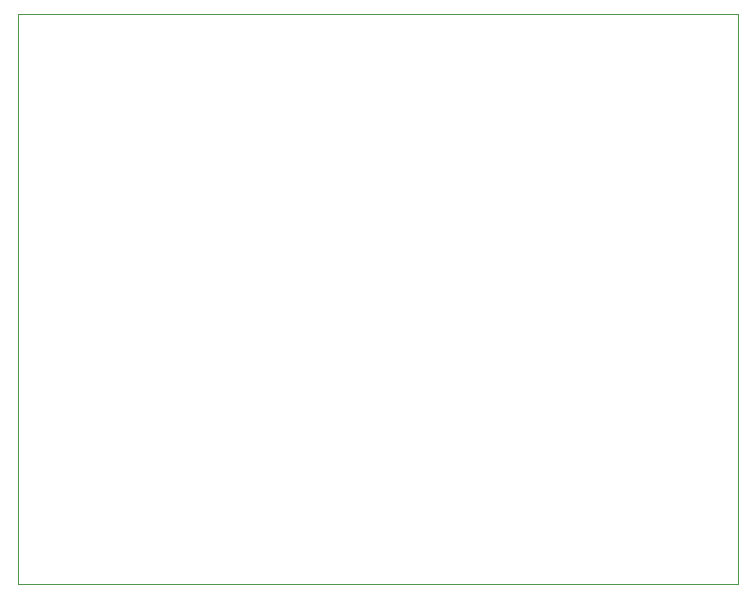
<source format=gm1>
%TF.GenerationSoftware,KiCad,Pcbnew,5.1.10*%
%TF.CreationDate,2021-12-10T15:57:17+01:00*%
%TF.ProjectId,PCB_PEE30 zonder mountingholes,5043425f-5045-4453-9330-207a6f6e6465,rev?*%
%TF.SameCoordinates,Original*%
%TF.FileFunction,Profile,NP*%
%FSLAX46Y46*%
G04 Gerber Fmt 4.6, Leading zero omitted, Abs format (unit mm)*
G04 Created by KiCad (PCBNEW 5.1.10) date 2021-12-10 15:57:17*
%MOMM*%
%LPD*%
G01*
G04 APERTURE LIST*
%TA.AperFunction,Profile*%
%ADD10C,0.050000*%
%TD*%
G04 APERTURE END LIST*
D10*
X105410000Y-175260000D02*
X105410000Y-127000000D01*
X166370000Y-175260000D02*
X105410000Y-175260000D01*
X166370000Y-127000000D02*
X166370000Y-175260000D01*
X105410000Y-127000000D02*
X166370000Y-127000000D01*
M02*

</source>
